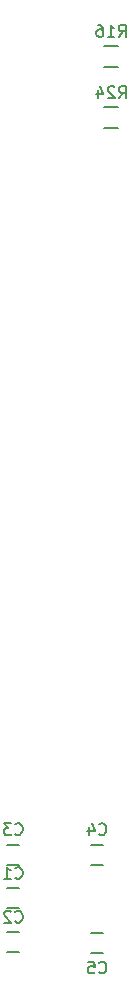
<source format=gbo>
G04 #@! TF.FileFunction,Legend,Bot*
%FSLAX46Y46*%
G04 Gerber Fmt 4.6, Leading zero omitted, Abs format (unit mm)*
G04 Created by KiCad (PCBNEW (2015-05-12 BZR 5652)-product) date Ср 27 май 2015 12:57:51*
%MOMM*%
G01*
G04 APERTURE LIST*
%ADD10C,0.100000*%
%ADD11C,0.150000*%
G04 APERTURE END LIST*
D10*
D11*
X50100000Y23850000D02*
X51100000Y23850000D01*
X51100000Y22150000D02*
X50100000Y22150000D01*
X43000000Y20150000D02*
X44000000Y20150000D01*
X44000000Y18450000D02*
X43000000Y18450000D01*
X43000000Y16450000D02*
X44000000Y16450000D01*
X44000000Y14750000D02*
X43000000Y14750000D01*
X43000000Y23850000D02*
X44000000Y23850000D01*
X44000000Y22150000D02*
X43000000Y22150000D01*
X51100000Y14650000D02*
X50100000Y14650000D01*
X50100000Y16350000D02*
X51100000Y16350000D01*
X51200000Y89725000D02*
X52400000Y89725000D01*
X52400000Y91475000D02*
X51200000Y91475000D01*
X51200000Y84525000D02*
X52400000Y84525000D01*
X52400000Y86275000D02*
X51200000Y86275000D01*
X50766666Y24742857D02*
X50814285Y24695238D01*
X50957142Y24647619D01*
X51052380Y24647619D01*
X51195238Y24695238D01*
X51290476Y24790476D01*
X51338095Y24885714D01*
X51385714Y25076190D01*
X51385714Y25219048D01*
X51338095Y25409524D01*
X51290476Y25504762D01*
X51195238Y25600000D01*
X51052380Y25647619D01*
X50957142Y25647619D01*
X50814285Y25600000D01*
X50766666Y25552381D01*
X49909523Y25314286D02*
X49909523Y24647619D01*
X50147619Y25695238D02*
X50385714Y24980952D01*
X49766666Y24980952D01*
X43666666Y21042857D02*
X43714285Y20995238D01*
X43857142Y20947619D01*
X43952380Y20947619D01*
X44095238Y20995238D01*
X44190476Y21090476D01*
X44238095Y21185714D01*
X44285714Y21376190D01*
X44285714Y21519048D01*
X44238095Y21709524D01*
X44190476Y21804762D01*
X44095238Y21900000D01*
X43952380Y21947619D01*
X43857142Y21947619D01*
X43714285Y21900000D01*
X43666666Y21852381D01*
X42714285Y20947619D02*
X43285714Y20947619D01*
X43000000Y20947619D02*
X43000000Y21947619D01*
X43095238Y21804762D01*
X43190476Y21709524D01*
X43285714Y21661905D01*
X43666666Y17342857D02*
X43714285Y17295238D01*
X43857142Y17247619D01*
X43952380Y17247619D01*
X44095238Y17295238D01*
X44190476Y17390476D01*
X44238095Y17485714D01*
X44285714Y17676190D01*
X44285714Y17819048D01*
X44238095Y18009524D01*
X44190476Y18104762D01*
X44095238Y18200000D01*
X43952380Y18247619D01*
X43857142Y18247619D01*
X43714285Y18200000D01*
X43666666Y18152381D01*
X43285714Y18152381D02*
X43238095Y18200000D01*
X43142857Y18247619D01*
X42904761Y18247619D01*
X42809523Y18200000D01*
X42761904Y18152381D01*
X42714285Y18057143D01*
X42714285Y17961905D01*
X42761904Y17819048D01*
X43333333Y17247619D01*
X42714285Y17247619D01*
X43666666Y24742857D02*
X43714285Y24695238D01*
X43857142Y24647619D01*
X43952380Y24647619D01*
X44095238Y24695238D01*
X44190476Y24790476D01*
X44238095Y24885714D01*
X44285714Y25076190D01*
X44285714Y25219048D01*
X44238095Y25409524D01*
X44190476Y25504762D01*
X44095238Y25600000D01*
X43952380Y25647619D01*
X43857142Y25647619D01*
X43714285Y25600000D01*
X43666666Y25552381D01*
X43333333Y25647619D02*
X42714285Y25647619D01*
X43047619Y25266667D01*
X42904761Y25266667D01*
X42809523Y25219048D01*
X42761904Y25171429D01*
X42714285Y25076190D01*
X42714285Y24838095D01*
X42761904Y24742857D01*
X42809523Y24695238D01*
X42904761Y24647619D01*
X43190476Y24647619D01*
X43285714Y24695238D01*
X43333333Y24742857D01*
X50766666Y13042857D02*
X50814285Y12995238D01*
X50957142Y12947619D01*
X51052380Y12947619D01*
X51195238Y12995238D01*
X51290476Y13090476D01*
X51338095Y13185714D01*
X51385714Y13376190D01*
X51385714Y13519048D01*
X51338095Y13709524D01*
X51290476Y13804762D01*
X51195238Y13900000D01*
X51052380Y13947619D01*
X50957142Y13947619D01*
X50814285Y13900000D01*
X50766666Y13852381D01*
X49861904Y13947619D02*
X50338095Y13947619D01*
X50385714Y13471429D01*
X50338095Y13519048D01*
X50242857Y13566667D01*
X50004761Y13566667D01*
X49909523Y13519048D01*
X49861904Y13471429D01*
X49814285Y13376190D01*
X49814285Y13138095D01*
X49861904Y13042857D01*
X49909523Y12995238D01*
X50004761Y12947619D01*
X50242857Y12947619D01*
X50338095Y12995238D01*
X50385714Y13042857D01*
X52442857Y92247619D02*
X52776191Y92723810D01*
X53014286Y92247619D02*
X53014286Y93247619D01*
X52633333Y93247619D01*
X52538095Y93200000D01*
X52490476Y93152381D01*
X52442857Y93057143D01*
X52442857Y92914286D01*
X52490476Y92819048D01*
X52538095Y92771429D01*
X52633333Y92723810D01*
X53014286Y92723810D01*
X51490476Y92247619D02*
X52061905Y92247619D01*
X51776191Y92247619D02*
X51776191Y93247619D01*
X51871429Y93104762D01*
X51966667Y93009524D01*
X52061905Y92961905D01*
X50633333Y93247619D02*
X50823810Y93247619D01*
X50919048Y93200000D01*
X50966667Y93152381D01*
X51061905Y93009524D01*
X51109524Y92819048D01*
X51109524Y92438095D01*
X51061905Y92342857D01*
X51014286Y92295238D01*
X50919048Y92247619D01*
X50728571Y92247619D01*
X50633333Y92295238D01*
X50585714Y92342857D01*
X50538095Y92438095D01*
X50538095Y92676190D01*
X50585714Y92771429D01*
X50633333Y92819048D01*
X50728571Y92866667D01*
X50919048Y92866667D01*
X51014286Y92819048D01*
X51061905Y92771429D01*
X51109524Y92676190D01*
X52442857Y87047619D02*
X52776191Y87523810D01*
X53014286Y87047619D02*
X53014286Y88047619D01*
X52633333Y88047619D01*
X52538095Y88000000D01*
X52490476Y87952381D01*
X52442857Y87857143D01*
X52442857Y87714286D01*
X52490476Y87619048D01*
X52538095Y87571429D01*
X52633333Y87523810D01*
X53014286Y87523810D01*
X52061905Y87952381D02*
X52014286Y88000000D01*
X51919048Y88047619D01*
X51680952Y88047619D01*
X51585714Y88000000D01*
X51538095Y87952381D01*
X51490476Y87857143D01*
X51490476Y87761905D01*
X51538095Y87619048D01*
X52109524Y87047619D01*
X51490476Y87047619D01*
X50633333Y87714286D02*
X50633333Y87047619D01*
X50871429Y88095238D02*
X51109524Y87380952D01*
X50490476Y87380952D01*
M02*

</source>
